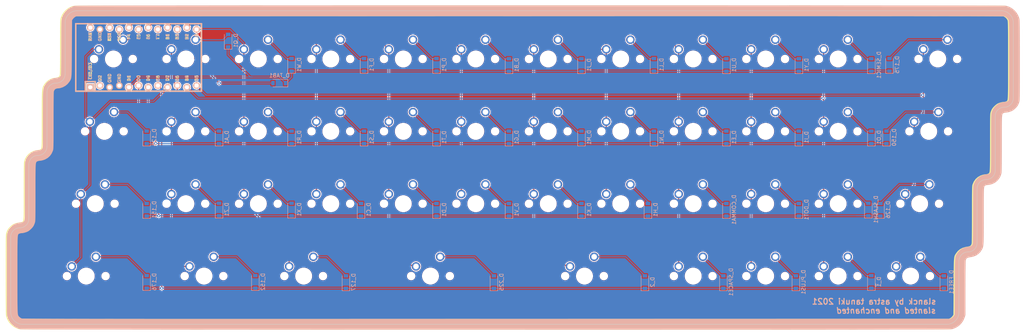
<source format=kicad_pcb>
(kicad_pcb (version 20211014) (generator pcbnew)
  (layers (0 "F.Cu" signal) (31 "B.Cu" signal) (34 "B.Paste" user) (35 "F.Paste" user) (36 "B.SilkS" user "B.Silkscreen") (37 "F.SilkS" user "F.Silkscreen") (38 "B.Mask" user) (39 "F.Mask" user) (44 "Edge.Cuts" user))
  (net 0 "")
  (net 1 "GND")
  (net 2 "Net-(D_175-Pad2)")
  (net 3 "Net-(D_125-Pad2)")
  (net 4 "Net-(D_150-Pad2)")
  (net 5 "Net-(D_151-Pad2)")
  (net 6 "Net-(D_126-Pad2)")
  (net 7 "Net-(D_176-Pad2)")
  (net 8 "Net-(D_152-Pad2)")
  (net 9 "Net-(D_127-Pad2)")
  (net 10 "Net-(D_225-Pad2)")
  (net 11 "Net-(D_2-Pad2)")
  (net 12 "Net-(U1-Pad1)")
  (net 13 "Net-(U1-Pad2)")
  (net 14 "Net-(U1-Pad21)")
  (net 15 "Net-(U1-Pad22)")
  (net 16 "Net-(U1-Pad24)")
  (net 17 "row3")
  (net 18 "row1")
  (net 19 "row2")
  (net 20 "row0")
  (net 21 "Net-(D_A1-Pad2)")
  (net 22 "Net-(D_B1-Pad2)")
  (net 23 "Net-(D_C1-Pad2)")
  (net 24 "Net-(D_COMMA1-Pad2)")
  (net 25 "Net-(D_D1-Pad2)")
  (net 26 "Net-(D_DOT1-Pad2)")
  (net 27 "Net-(D_E1-Pad2)")
  (net 28 "Net-(D_F1-Pad2)")
  (net 29 "Net-(D_FREE1-Pad2)")
  (net 30 "Net-(D_G1-Pad2)")
  (net 31 "Net-(D_H1-Pad2)")
  (net 32 "Net-(D_I1-Pad2)")
  (net 33 "Net-(D_J1-Pad2)")
  (net 34 "Net-(D_K1-Pad2)")
  (net 35 "Net-(D_L1-Pad2)")
  (net 36 "Net-(D_M1-Pad2)")
  (net 37 "Net-(D_N1-Pad2)")
  (net 38 "Net-(D_O1-Pad2)")
  (net 39 "Net-(D_P1-Pad2)")
  (net 40 "Net-(D_PLUS1-Pad2)")
  (net 41 "Net-(D_Q1-Pad2)")
  (net 42 "Net-(D_R1-Pad2)")
  (net 43 "Net-(D_S1-Pad2)")
  (net 44 "Net-(D_SEMIC1-Pad2)")
  (net 45 "Net-(D_SLASH1-Pad2)")
  (net 46 "Net-(D_SPACE1-Pad2)")
  (net 47 "Net-(D_T1-Pad2)")
  (net 48 "Net-(D_TAB1-Pad2)")
  (net 49 "Net-(D_U1-Pad2)")
  (net 50 "Net-(D_V1-Pad2)")
  (net 51 "Net-(D_W1-Pad2)")
  (net 52 "Net-(D_X1-Pad2)")
  (net 53 "Net-(D_Y1-Pad2)")
  (net 54 "Net-(D_Z1-Pad2)")
  (net 55 "Net-(D_~{1-Pad2})")
  (net 56 "col6")
  (net 57 "col0")
  (net 58 "col11")
  (net 59 "col2")
  (net 60 "col1")
  (net 61 "col4")
  (net 62 "col5")
  (net 63 "col3")
  (net 64 "col8")
  (net 65 "col9")
  (net 66 "col7")
  (net 67 "col10")
  (footprint "MX_Alps_Hybrid:MXOnly-2U-NoLED" (layer "F.Cu") (at 177.6378 95.4074)
    (fp_text reference "K_2")
    (fp_text value "KEYSW")
  )
  (footprint "MX_Alps_Hybrid:MXOnly-1.25U-NoLED" (layer "F.Cu") (at 51.43155 57.3074)
    (fp_text reference "K_125")
    (fp_text value "KEYSW")
  )
  (footprint "MX_Alps_Hybrid:MXOnly-1.25U-NoLED" (layer "F.Cu") (at 265.74405 76.3574)
    (fp_text reference "K_126")
    (fp_text value "KEYSW")
  )
  (footprint "MX_Alps_Hybrid:MXOnly-1.25U-NoLED" (layer "F.Cu") (at 103.81905 95.4074)
    (fp_text reference "K_127")
    (fp_text value "KEYSW")
  )
  (footprint "MX_Alps_Hybrid:MXOnly-1.5U-NoLED" (layer "F.Cu") (at 268.1253 57.3074)
    (fp_text reference "K_150")
    (fp_text value "KEYSW")
  )
  (footprint "MX_Alps_Hybrid:MXOnly-1.5U-NoLED" (layer "F.Cu") (at 49.0503 76.3574)
    (fp_text reference "K_151")
    (fp_text value "KEYSW")
  )
  (footprint "MX_Alps_Hybrid:MXOnly-1.5U-NoLED" (layer "F.Cu") (at 77.6253 95.4074)
    (fp_text reference "K_152")
    (fp_text value "KEYSW")
  )
  (footprint "MX_Alps_Hybrid:MXOnly-1.75U-NoLED" (layer "F.Cu") (at 270.50655 38.2574)
    (fp_text reference "K_175")
    (fp_text value "KEYSW")
  )
  (footprint "MX_Alps_Hybrid:MXOnly-1.75U-NoLED" (layer "F.Cu") (at 46.66905 95.4074)
    (fp_text reference "K_176")
    (fp_text value "KEYSW")
  )
  (footprint "MX_Alps_Hybrid:MXOnly-2.25U-NoLED" (layer "F.Cu") (at 137.15655 95.4074)
    (fp_text reference "K_225")
    (fp_text value "KEYSW")
  )
  (footprint "MX_Alps_Hybrid:MXOnly-1U-NoLED" (layer "F.Cu") (at 72.8628 57.3074)
    (fp_text reference "K_A1")
    (fp_text value "KEYSW")
  )
  (footprint "MX_Alps_Hybrid:MXOnly-1U-NoLED" (layer "F.Cu") (at 149.0628 38.2574)
    (fp_text reference "K_B1")
    (fp_text value "KEYSW")
  )
  (footprint "MX_Alps_Hybrid:MXOnly-1U-NoLED" (layer "F.Cu") (at 110.9628 76.3574)
    (fp_text reference "K_C1")
    (fp_text value "KEYSW")
  )
  (footprint "MX_Alps_Hybrid:MXOnly-1U-NoLED" (layer "F.Cu") (at 206.2128 76.3574)
    (fp_text reference "K_COMMA1")
    (fp_text value "KEYSW")
  )
  (footprint "MX_Alps_Hybrid:MXOnly-1U-NoLED" (layer "F.Cu") (at 130.0128 76.3574)
    (fp_text reference "K_D1")
    (fp_text value "KEYSW")
  )
  (footprint "MX_Alps_Hybrid:MXOnly-1U-NoLED" (layer "F.Cu") (at 225.2628 76.3574)
    (fp_text reference "K_DOT1")
    (fp_text value "KEYSW")
  )
  (footprint "MX_Alps_Hybrid:MXOnly-1U-NoLED" (layer "F.Cu") (at 206.2128 57.3074)
    (fp_text reference "K_E1")
    (fp_text value "KEYSW")
  )
  (footprint "MX_Alps_Hybrid:MXOnly-1U-NoLED" (layer "F.Cu") (at 110.9628 38.2574)
    (fp_text reference "K_F1")
    (fp_text value "KEYSW")
  )
  (footprint "MX_Alps_Hybrid:MXOnly-1U-NoLED" (layer "F.Cu") (at 263.3628 95.4074)
    (fp_text reference "K_FREE1")
    (fp_text value "KEYSW")
  )
  (footprint "MX_Alps_Hybrid:MXOnly-1U-NoLED" (layer "F.Cu") (at 149.0628 57.3074)
    (fp_text reference "K_G1")
    (fp_text value "KEYSW")
  )
  (footprint "MX_Alps_Hybrid:MXOnly-1U-NoLED" (layer "F.Cu") (at 187.1628 76.3574)
    (fp_text reference "K_H1")
    (fp_text value "KEYSW")
  )
  (footprint "MX_Alps_Hybrid:MXOnly-1U-NoLED" (layer "F.Cu") (at 225.2628 57.3074)
    (fp_text reference "K_I1")
    (fp_text value "KEYSW")
  )
  (footprint "MX_Alps_Hybrid:MXOnly-1U-NoLED" (layer "F.Cu") (at 168.1128 38.2574)
    (fp_text reference "K_J1")
    (fp_text value "KEYSW")
  )
  (footprint "MX_Alps_Hybrid:MXOnly-1U-NoLED" (layer "F.Cu") (at 168.1128 76.3574)
    (fp_text reference "K_K1")
    (fp_text value "KEYSW")
  )
  (footprint "MX_Alps_Hybrid:MXOnly-1U-NoLED" (layer "F.Cu") (at 187.1628 38.2574)
    (fp_text reference "K_L1")
    (fp_text value "KEYSW")
  )
  (footprint "MX_Alps_Hybrid:MXOnly-1U-NoLED" (layer "F.Cu") (at 168.1128 57.3074)
    (fp_text reference "K_M1")
    (fp_text value "KEYSW")
  )
  (footprint "MX_Alps_Hybrid:MXOnly-1U-NoLED" (layer "F.Cu") (at 187.1628 57.3074)
    (fp_text reference "K_N1")
    (fp_text value "KEYSW")
  )
  (footprint "MX_Alps_Hybrid:MXOnly-1U-NoLED" (layer "F.Cu") (at 244.3128 57.3074)
    (fp_text reference "K_O1")
    (fp_text value "KEYSW")
  )
  (footprint "MX_Alps_Hybrid:MXOnly-1U-NoLED" (layer "F.Cu") (at 130.0128 38.2574)
    (fp_text reference "K_P1")
    (fp_text value "KEYSW")
  )
  (footprint "MX_Alps_Hybrid:MXOnly-1U-NoLED" (layer "F.Cu") (at 225.2628 95.4074)
    (fp_text reference "K_PLUS1")
    (fp_text value "KEYSW")
  )
  (footprint "MX_Alps_Hybrid:MXOnly-1U-NoLED" (layer "F.Cu") (at 72.8628 38.2574)
    (fp_text reference "K_Q1")
    (fp_text value "KEYSW")
  )
  (footprint "MX_Alps_Hybrid:MXOnly-1U-NoLED" (layer "F.Cu") (at 91.9128 57.3074)
    (fp_text reference "K_R1")
    (fp_text value "KEYSW")
  )
  (footprint "MX_Alps_Hybrid:MXOnly-1U-NoLED" (layer "F.Cu") (at 110.9628 57.3074)
    (fp_text reference "K_S1")
    (fp_text value "KEYSW")
  )
  (footprint "MX_Alps_Hybrid:MXOnly-1U-NoLED" (layer "F.Cu") (at 244.3128 38.2574)
    (fp_text reference "K_SEMIC1")
    (fp_text value "KEYSW")
  )
  (footprint "MX_Alps_Hybrid:MXOnly-1U-NoLED" (layer "F.Cu") (at 244.3128 76.3574)
    (fp_text reference "K_SLASH1")
    (fp_text value "KEYSW")
  )
  (footprint "MX_Alps_Hybrid:MXOnly-1U-NoLED" (layer "F.Cu") (at 206.2128 95.4074)
    (fp_text reference "K_SPACE1")
    (fp_text value "KEYSW")
  )
  (footprint "MX_Alps_Hybrid:MXOnly-1U-NoLED" (layer "F.Cu") (at 130.0128 57.3074)
    (fp_text reference "K_T1")
    (fp_text value "KEYSW")
  )
  (footprint "MX_Alps_Hybrid:MXOnly-1U-NoLED" (layer "F.Cu") (at 53.8128 38.2574)
    (fp_text reference "K_TAB1")
    (fp_text value "KEYSW")
  )
  (footprint "MX_Alps_Hybrid:MXOnly-1U-NoLED" (layer "F.Cu") (at 206.2128 38.2574)
    (fp_text reference "K_U1")
    (fp_text value "KEYSW")
  )
  (footprint "MX_Alps_Hybrid:MXOnly-1U-NoLED" (layer "F.Cu") (at 149.0628 76.3574)
    (fp_text reference "K_V1")
    (fp_text value "KEYSW")
  )
  (footprint "MX_Alps_Hybrid:MXOnly-1U-NoLED" (layer "F.Cu") (at 91.9128 38.2574)
    (fp_text reference "K_W1")
    (fp_text value "KEYSW")
  )
  (footprint "MX_Alps_Hybrid:MXOnly-1U-NoLED" (layer "F.Cu") (at 91.9128 76.3574)
    (fp_text reference "K_X1")
    (fp_text value "KEYSW")
  )
  (footprint "MX_Alps_Hybrid:MXOnly-1U-NoLED" (layer "F.Cu") (at 225.2628 38.2574)
    (fp_text reference "K_Y1")
    (fp_text value "KEYSW")
  )
  (footprint "MX_Alps_Hybrid:MXOnly-1U-NoLED" (layer "F.Cu") (at 72.8628 76.3574)
    (fp_text reference "K_Z1")
    (fp_text value "KEYSW")
  )
  (footprint "MX_Alps_Hybrid:MXOnly-1U-NoLED" (layer "F.Cu") (at 244.3128 95.4074)
    (fp_text reference "K_~{1}")
    (fp_text value "KEYSW")
  )
  (footprint "silkscreens:quir_border" (layer "F.Cu") (at 158.5878 66.8324)
    (fp_text reference "G***" hide)
    (fp_text value "LOGO" hide)
  )
  (footprint "silkscreens:quir_border" (layer "F.Cu") (at 196.6878 66.8324 180)
    (fp_text reference "G***" hide)
    (fp_text value "LOGO" hide)
  )
  (footprint "Keebio-Parts:ArduinoProMicro-ZigZag" (layer "F.Cu") (at 61.70405 37.856)
    (fp_text reference "U1" hide)
    (fp_text value "ProMicro" hide)
  )
  (footprint "Diode_SMD:D_SOD-123" (layer "B.Cu") (at 193.5128 96.9949 90)
    (fp_text reference "D_2")
    (fp_text value "D")
  )
  (footprint "Diode_SMD:D_SOD-123" (layer "B.Cu") (at 62.54405 58.8949 90)
    (fp_text reference "D_125")
    (fp_text value "D")
  )
  (footprint "Diode_SMD:D_SOD-123" (layer "B.Cu") (at 255.4253 77.9449 90)
    (fp_text reference "D_126")
    (fp_text value "D")
  )
  (footprint "Diode_SMD:D_SOD-123" (layer "B.Cu") (at 114.93155 96.9949 90)
    (fp_text reference "D_127")
    (fp_text value "D")
  )
  (footprint "Diode_SMD:D_SOD-123" (layer "B.Cu") (at 257.0128 58.8949 90)
    (fp_text reference "D_150")
    (fp_text value "D")
  )
  (footprint "Diode_SMD:D_SOD-123" (layer "B.Cu") (at 62.54405 77.9449 90)
    (fp_text reference "D_151")
    (fp_text value "D")
  )
  (footprint "Diode_SMD:D_SOD-123" (layer "B.Cu") (at 91.11905 96.9324 90)
    (fp_text reference "D_152")
    (fp_text value "D")
  )
  (footprint "Diode_SMD:D_SOD-123" (layer "B.Cu") (at 257.80655 39.7824 90)
    (fp_text reference "D_175")
    (fp_text value "D")
  )
  (footprint "Diode_SMD:D_SOD-123" (layer "B.Cu") (at 62.54405 96.9324 90)
    (fp_text reference "D_176")
    (fp_text value "D")
  )
  (footprint "Diode_SMD:D_SOD-123" (layer "B.Cu") (at 153.8253 96.9949 90)
    (fp_text reference "D_225")
    (fp_text value "D")
  )
  (footprint "Diode_SMD:D_SOD-123" (layer "B.Cu") (at 81.59405 58.8949 90)
    (fp_text reference "D_A1")
    (fp_text value "D")
  )
  (footprint "Diode_SMD:D_SOD-123" (layer "B.Cu") (at 157.79405 39.8449 90)
    (fp_text reference "D_B1")
    (fp_text value "D")
  )
  (footprint "Diode_SMD:D_SOD-123" (layer "B.Cu") (at 118.9003 77.9449 90)
    (fp_text reference "D_C1")
    (fp_text value "D")
  )
  (footprint "Diode_SMD:D_SOD-123" (layer "B.Cu") (at 214.94405 77.9449 90)
    (fp_text reference "D_COMMA1")
    (fp_text value "D")
  )
  (footprint "Diode_SMD:D_SOD-123" (layer "B.Cu") (at 138.74405 77.9449 90)
    (fp_text reference "D_D1")
    (fp_text value "D")
  )
  (footprint "Diode_SMD:D_SOD-123" (layer "B.Cu") (at 233.99405 77.9449 90)
    (fp_text reference "D_DOT1")
    (fp_text value "D")
  )
  (footprint "Diode_SMD:D_SOD-123" (layer "B.Cu") (at 214.94405 58.8949 90)
    (fp_text reference "D_E1")
    (fp_text value "D")
  )
  (footprint "Diode_SMD:D_SOD-123" (layer "B.Cu") (at 119.69405 39.7824 90)
    (fp_text reference "D_F1")
    (fp_text value "D")
  )
  (footprint "Diode_SMD:D_SOD-123" (layer "B.Cu") (at 272.09405 96.9949 90)
    (fp_text reference "D_FREE1")
    (fp_text value "D")
  )
  (footprint "Diode_SMD:D_SOD-123" (layer "B.Cu") (at 157.79405 58.8949 90)
    (fp_text reference "D_G1")
    (fp_text value "D")
  )
  (footprint "Diode_SMD:D_SOD-123" (layer "B.Cu") (at 194.30655 77.9449 90)
    (fp_text reference "D_H1")
    (fp_text value "D")
  )
  (footprint "Diode_SMD:D_SOD-123" (layer "B.Cu") (at 233.99405 58.8949 90)
    (fp_text reference "D_I1")
    (fp_text value "D")
  )
  (footprint "Diode_SMD:D_SOD-123" (layer "B.Cu") (at 176.84405 39.8449 90)
    (fp_text reference "D_J1")
    (fp_text value "D")
  )
  (footprint "Diode_SMD:D_SOD-123" (layer "B.Cu") (at 176.84405 77.9449 90)
    (fp_text reference "D_K1")
    (fp_text value "D")
  )
  (footprint "Diode_SMD:D_SOD-123" (layer "B.Cu") (at 195.89405 39.7824 90)
    (fp_text reference "D_L1")
    (fp_text value "D")
  )
  (footprint "Diode_SMD:D_SOD-123" (layer "B.Cu") (at 176.84405 58.8949 90)
    (fp_text reference "D_M1")
    (fp_text value "D")
  )
  (footprint "Diode_SMD:D_SOD-123" (layer "B.Cu") (at 195.89405 58.8949 90)
    (fp_text reference "D_N1")
    (fp_text value "D")
  )
  (footprint "Diode_SMD:D_SOD-123" (layer "B.Cu") (at 253.04405 58.8949 90)
    (fp_text reference "D_O1")
    (fp_text value "D")
  )
  (footprint "Diode_SMD:D_SOD-123" (layer "B.Cu") (at 138.74405 39.7824 90)
    (fp_text reference "D_P1")
    (fp_text value "D")
  )
  (footprint "Diode_SMD:D_SOD-123" (layer "B.Cu") (at 233.2003 96.9949 90)
    (fp_text reference "D_PLUS1")
    (fp_text value "D")
  )
  (footprint "Diode_SMD:D_SOD-123" (layer "B.Cu") (at 83.9753 33.4324 90)
    (fp_text reference "D_Q1")
    (fp_text value "D")
  )
  (footprint "Diode_SMD:D_SOD-123" (layer "B.Cu") (at 100.64405 58.8949 90)
    (fp_text reference "D_R1")
    (fp_text value "D")
  )
  (footprint "Diode_SMD:D_SOD-123" (layer "B.Cu") (at 119.69405 58.8949 90)
    (fp_text reference "D_S1")
    (fp_text value "D")
  )
  (footprint "Diode_SMD:D_SOD-123" (layer "B.Cu") (at 253.04405 39.8449 90)
    (fp_text reference "D_SEMIC1")
    (fp_text value "D")
  )
  (footprint "Diode_SMD:D_SOD-123" (layer "B.Cu") (at 252.2503 77.8824 90)
    (fp_text reference "D_SLASH1")
    (fp_text value "D")
  )
  (footprint "Diode_SMD:D_SOD-123" (layer "B.Cu") (at 214.1503 96.9949 90)
    (fp_text reference "D_SPACE1")
    (fp_text value "D")
  )
  (footprint "Diode_SMD:D_SOD-123" (layer "B.Cu") (at 138.74405 58.8949 90)
    (fp_text reference "D_T1")
    (fp_text value "D")
  )
  (footprint "Diode_SMD:D_SOD-123" (layer "B.Cu") (at 97.40655 44.6074 180)
    (fp_text reference "D_TAB1")
    (fp_text value "D")
  )
  (footprint "Diode_SMD:D_SOD-123" (layer "B.Cu") (at 214.94405 39.8449 90)
    (fp_text reference "D_U1")
    (fp_text value "D")
  )
  (footprint "Diode_SMD:D_SOD-123" (layer "B.Cu") (at 157.79405 77.9449 90)
    (fp_text reference "D_V1")
    (fp_text value "D")
  )
  (footprint "Diode_SMD:D_SOD-123" (layer "B.Cu") (at 100.64405 39.7824 90)
    (fp_text reference "D_W1")
    (fp_text value "D")
  )
  (footprint "Diode_SMD:D_SOD-123" (layer "B.Cu") (at 100.64405 77.8824 90)
    (fp_text reference "D_X1")
    (fp_text value "D")
  )
  (footprint "Diode_SMD:D_SOD-123" (layer "B.Cu") (at 233.99405 39.8449 90)
    (fp_text reference "D_Y1")
    (fp_text value "D")
  )
  (footprint "Diode_SMD:D_SOD-123" (layer "B.Cu") (at 81.59405 77.8824 90)
    (fp_text reference "D_Z1")
    (fp_text value "D")
  )
  (footprint "Diode_SMD:D_SOD-123" (layer "B.Cu") (at 253.04405 96.9324 90)
    (fp_text reference "D_~{1}")
    (fp_text value "D")
  )
  (gr_line (start 287.1753 25.5574) (end 284.0003 25.5574) (layer "Edge.Cuts") (width 0.1))
  (gr_arc (start 290.3503 48.57615) (mid 289.652848 50.259948) (end 287.96905 50.9574) (layer "Edge.Cuts") (width 0.1))
  (gr_arc (start 280.8253 86.67615) (mid 280.127848 88.359948) (end 278.44405 89.0574) (layer "Edge.Cuts") (width 0.1))
  (gr_line (start 44.2878 25.5574) (end 284.0003 25.5574) (layer "Edge.Cuts") (width 0.1))
  (gr_line (start 276.0628 91.43865) (end 276.0628 104.9324) (layer "Edge.Cuts") (width 0.1))
  (gr_arc (start 41.1128 42.22615) (mid 40.415348 43.909948) (end 38.73155 44.6074) (layer "Edge.Cuts") (width 0.1))
  (gr_line (start 41.1128 42.22615) (end 41.1128 28.7324) (layer "Edge.Cuts") (width 0.1))
  (gr_line (start 36.3503 46.98865) (end 36.3503 61.27615) (layer "Edge.Cuts") (width 0.1))
  (gr_line (start 31.5878 66.03865) (end 31.5878 80.32615) (layer "Edge.Cuts") (width 0.1))
  (gr_line (start 272.8878 108.1074) (end 30.0003 108.1074) (layer "Edge.Cuts") (width 0.1))
  (gr_arc (start 30.0003 108.1074) (mid 27.755236 107.177464) (end 26.8253 104.9324) (layer "Edge.Cuts") (width 0.1))
  (gr_line (start 26.8253 85.08865) (end 26.8253 104.9324) (layer "Edge.Cuts") (width 0.1))
  (gr_line (start 290.3503 48.57615) (end 290.3503 28.7324) (layer "Edge.Cuts") (width 0.1))
  (gr_arc (start 36.3503 46.98865) (mid 37.047752 45.304852) (end 38.73155 44.6074) (layer "Edge.Cuts") (width 0.1))
  (gr_arc (start 31.5878 66.03865) (mid 32.285252 64.354852) (end 33.96905 63.6574) (layer "Edge.Cuts") (width 0.1))
  (gr_arc (start 26.8253 85.08865) (mid 27.522752 83.404852) (end 29.20655 82.7074) (layer "Edge.Cuts") (width 0.1))
  (gr_arc (start 285.5878 53.33865) (mid 286.285252 51.654852) (end 287.96905 50.9574) (layer "Edge.Cuts") (width 0.1))
  (gr_arc (start 276.0628 104.9324) (mid 275.132864 107.177464) (end 272.8878 108.1074) (layer "Edge.Cuts") (width 0.1))
  (gr_arc (start 36.3503 61.27615) (mid 35.652848 62.959948) (end 33.96905 63.6574) (layer "Edge.Cuts") (width 0.1))
  (gr_line (start 280.8253 86.67615) (end 280.8253 72.38865) (layer "Edge.Cuts") (width 0.1))
  (gr_arc (start 285.5878 67.62615) (mid 284.890348 69.309948) (end 283.20655 70.0074) (layer "Edge.Cuts") (width 0.1))
  (gr_arc (start 41.1128 28.7324) (mid 42.042736 26.487336) (end 44.2878 25.5574) (layer "Edge.Cuts") (width 0.1))
  (gr_arc (start 287.1753 25.5574) (mid 289.420364 26.487336) (end 290.3503 28.7324) (layer "Edge.Cuts") (width 0.1))
  (gr_arc (start 31.5878 80.32615) (mid 30.890348 82.009948) (end 29.20655 82.7074) (layer "Edge.Cuts") (width 0.1))
  (gr_line (start 285.5878 67.62615) (end 285.5878 53.33865) (layer "Edge.Cuts") (width 0.1))
  (gr_arc (start 276.0628 91.43865) (mid 276.760252 89.754852) (end 278.44405 89.0574) (layer "Edge.Cuts") (width 0.1))
  (gr_arc (start 280.8253 72.38865) (mid 281.522752 70.704852) (end 283.20655 70.0074) (layer "Edge.Cuts") (width 0.1))
  (gr_text "slanck by astra tanuki 2021" (at 270.2 102.1188) (layer "B.SilkS") (effects (font (size 1.5 1.5) (thickness 0.3)) (justify left mirror)))
  (gr_text "slanted and enchanted" (at 270.2 104.5) (layer "B.SilkS") (effects (font (size 1.5 1.5) (thickness 0.3) italic) (justify left mirror)))
  (segment (start 273.04655 33.1774) (end 262.76155 33.1774) (width 0.25) (layer "B.Cu") (net 2))
  (segment (start 262.76155 33.1774) (end 257.80655 38.1324) (width 0.25) (layer "B.Cu") (net 2))
  (segment (start 57.52655 52.2274) (end 62.54405 57.2449) (width 0.25) (layer "B.Cu") (net 3))
  (segment (start 53.97155 52.2274) (end 57.52655 52.2274) (width 0.25) (layer "B.Cu") (net 3))
  (segment (start 270.6653 52.2274) (end 262.0303 52.2274) (width 0.25) (layer "B.Cu") (net 4))
  (segment (start 262.0303 52.2274) (end 257.0128 57.2449) (width 0.25) (layer "B.Cu") (net 4))
  (segment (start 57.52655 71.2774) (end 62.54405 76.2949) (width 0.25) (layer "B.Cu") (net 5))
  (segment (start 51.5903 71.2774) (end 57.52655 71.2774) (width 0.25) (layer "B.Cu") (net 5))
  (segment (start 260.4428 71.2774) (end 255.4253 76.2949) (width 0.25) (layer "B.Cu") (net 6))
  (segment (start 268.28405 71.2774) (end 260.4428 71.2774) (width 0.25) (layer "B.Cu") (net 6))
  (segment (start 57.58905 90.3274) (end 62.54405 95.2824) (width 0.25) (layer "B.Cu") (net 7))
  (segment (start 49.20905 90.3274) (end 57.58905 90.3274) (width 0.25) (layer "B.Cu") (net 7))
  (segment (start 80.1653 90.3274) (end 86.16405 90.3274) (width 0.25) (layer "B.Cu") (net 8))
  (segment (start 86.16405 90.3274) (end 91.11905 95.2824) (width 0.25) (layer "B.Cu") (net 8))
  (segment (start 106.35905 90.3274) (end 109.91405 90.3274) (width 0.25) (layer "B.Cu") (net 9))
  (segment (start 109.91405 90.3274) (end 114.93155 95.3449) (width 0.25) (layer "B.Cu") (net 9))
  (segment (start 148.8078 90.3274) (end 153.8253 95.3449) (width 0.25) (layer "B.Cu") (net 10))
  (segment (start 139.69655 90.3274) (end 148.8078 90.3274) (width 0.25) (layer "B.Cu") (net 10))
  (segment (start 188.4953 90.3274) (end 193.5128 95.3449) (width 0.25) (layer "B.Cu") (net 11))
  (segment (start 180.1778 90.3274) (end 188.4953 90.3274) (width 0.25) (layer "B.Cu") (net 11))
  (segment (start 66.5128 46.24615) (end 65.51405 45.2474) (width 0.25) (layer "F.Cu") (net 17))
  (segment (start 66.5128 98.5824) (end 66.5128 46.24615) (width 0.25) (layer "F.Cu") (net 17))
  (via (at 66.5128 98.5824) (size 0.8) (drill 0.4) (layers "F.Cu" "B.Cu") (net 17))
  (segment (start 62.54405 98.5824) (end 66.5128 98.5824) (width 0.25) (layer "B.Cu") (net 17))
  (segment (start 91.11905 98.5824) (end 114.86905 98.5824) (width 0.25) (layer "B.Cu") (net 17))
  (segment (start 153.8253 98.6449) (end 193.5128 98.6449) (width 0.25) (layer "B.Cu") (net 17))
  (segment (start 193.5128 98.6449) (end 214.1503 98.6449) (width 0.25) (layer "B.Cu") (net 17))
  (segment (start 253.10655 98.6449) (end 253.04405 98.5824) (width 0.25) (layer "B.Cu") (net 17))
  (segment (start 114.86905 98.5824) (end 114.93155 98.6449) (width 0.25) (layer "B.Cu") (net 17))
  (segment (start 66.5128 98.5824) (end 91.11905 98.5824) (width 0.25) (layer "B.Cu") (net 17))
  (segment (start 233.2003 98.6449) (end 252.98155 98.6449) (width 0.25) (layer "B.Cu") (net 17))
  (segment (start 214.1503 98.6449) (end 233.2003 98.6449) (width 0.25) (layer "B.Cu") (net 17))
  (segment (start 272.09405 98.6449) (end 253.10655 98.6449) (width 0.25) (layer "B.Cu") (net 17))
  (segment (start 252.98155 98.6449) (end 253.04405 98.5824) (width 0.25) (layer "B.Cu") (net 17))
  (segment (start 114.93155 98.6449) (end 153.8253 98.6449) (width 0.25) (layer "B.Cu") (net 17))
  (segment (start 60.43405 52.81615) (end 60.43405 45.2474) (width 0.25) (layer "F.Cu") (net 18))
  (segment (start 64.9253 57.3074) (end 60.43405 52.81615) (width 0.25) (layer "F.Cu") (net 18))
  (segment (start 64.9253 60.4824) (end 64.9253 57.3074) (width 0.25) (layer "F.Cu") (net 18))
  (via (at 64.9253 60.4824) (size 0.8) (drill 0.4) (layers "F.Cu" "B.Cu") (net 18))
  (segment (start 62.54405 60.5449) (end 64.9878 60.5449) (width 0.25) (layer "B.Cu") (net 18))
  (segment (start 157.79405 60.5449) (end 176.84405 60.5449) (width 0.25) (layer "B.Cu") (net 18))
  (segment (start 64.9878 60.5449) (end 64.9253 60.4824) (width 0.25) (layer "B.Cu") (net 18))
  (segment (start 81.59405 60.5449) (end 100.64405 60.5449) (width 0.25) (layer "B.Cu") (net 18))
  (segment (start 138.74405 60.5449) (end 157.79405 60.5449) (width 0.25) (layer "B.Cu") (net 18))
  (segment (start 64.9878 60.5449) (end 81.59405 60.5449) (width 0.25) (layer "B.Cu") (net 18))
  (segment (start 119.69405 60.5449) (end 138.74405 60.5449) (width 0.25) (layer "B.Cu") (net 18))
  (segment (start 100.64405 60.5449) (end 119.69405 60.5449) (width 0.25) (layer "B.Cu") (net 18))
  (segment (start 214.94405 60.5449) (end 233.99405 60.5449) (width 0.25) (layer "B.Cu") (net 18))
  (segment (start 176.84405 60.5449) (end 195.89405 60.5449) (width 0.25) (layer "B.Cu") (net 18))
  (segment (start 214.94405 60.5449) (end 195.89405 60.5449) (width 0.25) (layer "B.Cu") (net 18))
  (segment (start 233.99405 60.5449) (end 253.04405 60.5449) (width 0.25) (layer "B.Cu") (net 18))
  (segment (start 253.04405 60.5449) (end 257.0128 60.5449) (width 0.25) (layer "B.Cu") (net 18))
  (segment (start 65.71905 79.5324) (end 65.71905 57.3074) (width 0.25) (layer "F.Cu") (net 19))
  (segment (start 62.97405 54.5624) (end 62.97405 45.7046) (width 0.25) (layer "F.Cu") (net 19))
  (segment (start 65.71905 57.3074) (end 62.97405 54.5624) (width 0.25) (layer "F.Cu") (net 19))
  (via (at 65.71905 79.5324) (size 0.8) (drill 0.4) (layers "F.Cu" "B.Cu") (net 19))
  (segment (start 252.2503 79.5324) (end 234.05655 79.5324) (width 0.25) (layer "B.Cu") (net 19))
  (segment (start 62.60655 79.5324) (end 62.54405 79.5949) (width 0.25) (layer "B.Cu") (net 19))
  (segment (start 81.59405 79.5324) (end 65.71905 79.5324) (width 0.25) (layer "B.Cu") (net 19))
  (segment (start 65.71905 79.5324) (end 62.60655 79.5324) (width 0.25) (layer "B.Cu") (net 19))
  (segment (start 233.99405 79.5949) (end 214.94405 79.5949) (width 0.25) (layer "B.Cu") (net 19))
  (segment (start 118.9003 79.5949) (end 100.70655 79.5949) (width 0.25) (layer "B.Cu") (net 19))
  (segment (start 100.70655 79.5949) (end 100.64405 79.5324) (width 0.25) (layer "B.Cu") (net 19))
  (segment (start 255.4253 79.5949) (end 252.3128 79.5949) (width 0.25) (layer "B.Cu") (net 19))
  (segment (start 176.84405 79.5949) (end 157.79405 79.5949) (width 0.25) (layer "B.Cu") (net 19))
  (segment (start 252.3128 79.5949) (end 252.2503 79.5324) (width 0.25) (layer "B.Cu") (net 19))
  (segment (start 194.30655 79.5949) (end 176.84405 79.5949) (width 0.25) (layer "B.Cu") (net 19))
  (segment (start 252.2503 79.5324) (end 249.0753 79.5324) (width 0.25) (layer "B.Cu") (net 19))
  (segment (start 100.64405 79.5324) (end 81.59405 79.5324) (width 0.25) (layer "B.Cu") (net 19))
  (segment (start 138.74405 79.5949) (end 118.9003 79.5949) (width 0.25) (layer "B.Cu") (net 19))
  (segment (start 234.05655 79.5324) (end 233.99405 79.5949) (width 0.25) (layer "B.Cu") (net 19))
  (segment (start 214.94405 79.5949) (end 194.30655 79.5949) (width 0.25) (layer "B.Cu") (net 19))
  (segment (start 157.79405 79.5949) (end 138.74405 79.5949) (width 0.25) (layer "B.Cu") (net 19))
  (segment (start 176.90655 41.4324) (end 176.84405 41.4949) (width 0.25) (layer "B.Cu") (net 20))
  (segment (start 90.3253 43.0199) (end 97.46905 43.0199) (width 0.25) (layer "B.Cu") (net 20))
  (segment (start 233.99405 41.4949) (end 214.94405 41.4949) (width 0.25) (layer "B.Cu") (net 20))
  (segment (start 83.9753 37.175902) (end 89.819298 43.0199) (width 0.25) (layer "B.Cu") (net 20))
  (segment (start 257.80655 41.4324) (end 253.10655 41.4324) (width 0.25) (layer "B.Cu") (net 20))
  (segment (start 120.4878 41.4324) (end 119.69405 41.4324) (width 0.25) (layer "B.Cu") (net 20))
  (segment (start 100.64405 41.4324) (end 100.64405 43.0199) (width 0.25) (layer "B.Cu") (net 20))
  (segment (start 214.94405 41.4949) (end 195.95655 41.4949) (width 0.25) (layer "B.Cu") (net 20))
  (segment (start 157.79405 41.4949) (end 138.80655 41.4949) (width 0.25) (layer "B.Cu") (net 20))
  (segment (start 83.9753 35.0824) (end 83.9753 37.175902) (width 0.25) (layer "B.Cu") (net 20))
  (segment (start 100.64405 43.0199) (end 99.05655 44.6074) (width 0.25) (layer "B.Cu") (net 20))
  (segment (start 253.10655 41.4324) (end 253.04405 41.4949) (width 0.25) (layer "B.Cu") (net 20))
  (segment (start 176.84405 41.4949) (end 157.79405 41.4949) (width 0.25) (layer "B.Cu") (net 20))
  (segment (start 253.04405 41.4949) (end 233.99405 41.4949) (width 0.25) (layer "B.Cu") (net 20))
  (segment (start 195.95655 41.4949) (end 195.89405 41.4324) (width 0.25) (layer "B.Cu") (net 20))
  (segment (start 195.89405 41.4324) (end 176.90655 41.4324) (width 0.25) (layer "B.Cu") (net 20))
  (segment (start 90.3253 43.0199) (end 60.57875 43.0199) (width 0.25) (layer "B.Cu") (net 20))
  (segment (start 119.69405 41.4324) (end 100.64405 41.4324) (width 0.25) (layer "B.Cu") (net 20))
  (segment (start 138.74405 41.4324) (end 120.4878 41.4324) (width 0.25) (layer "B.Cu") (net 20))
  (segment (start 97.46905 43.0199) (end 99.05655 44.6074) (width 0.25) (layer "B.Cu") (net 20))
  (segment (start 138.80655 41.4949) (end 138.74405 41.4324) (width 0.25) (layer "B.Cu") (net 20))
  (segment (start 60.57875 43.0199) (end 57.89405 45.7046) (width 0.25) (layer "B.Cu") (net 20))
  (segment (start 89.819298 43.0199) (end 90.3253 43.0199) (width 0.25) (layer "B.Cu") (net 20))
  (segment (start 75.4028 52.2274) (end 80.4203 57.2449) (width 0.25) (layer "B.Cu") (net 21))
  (segment (start 80.4203 57.2449) (end 81.59405 57.2449) (width 0.25) (layer "B.Cu") (net 21))
  (segment (start 151.6028 33.1774) (end 156.6203 38.1949) (width 0.25) (layer "B.Cu") (net 22))
  (segment (start 156.6203 38.1949) (end 157.79405 38.1949) (width 0.25) (layer "B.Cu") (net 22))
  (segment (start 118.5203 76.2949) (end 118.9003 76.2949) (width 0.25) (layer "B.Cu") (net 23))
  (segment (start 113.5028 71.2774) (end 118.5203 76.2949) (width 0.25) (layer "B.Cu") (net 23))
  (segment (start 208.7528 71.2774) (end 213.7703 76.2949) (width 0.25) (layer "B.Cu") (net 24))
  (segment (start 213.7703 76.2949) (end 214.94405 76.2949) (width 0.25) (layer "B.Cu") (net 24))
  (segment (start 132.5528 71.2774) (end 137.5703 76.2949) (width 0.25) (layer "B.Cu") (net 25))
  (segment (start 137.5703 76.2949) (end 138.74405 76.2949) (width 0.25) (layer "B.Cu") (net 25))
  (segment (start 232.8203 76.2949) (end 233.99405 76.2949) (width 0.25) (layer "B.Cu") (net 26))
  (segment (start 227.8028 71.2774) (end 232.8203 76.2949) (width 0.25) (layer "B.Cu") (net 26))
  (segment (start 208.7528 52.2274) (end 213.7703 57.2449) (width 0.25) (layer "B.Cu") (net 27))
  (segment (start 213.7703 57.2449) (end 214.94405 57.2449) (width 0.25) (layer "B.Cu") (net 27))
  (segment (start 119.69405 38.1324) (end 118.4578 38.1324) (width 0.25) (layer "B.Cu") (net 28))
  (segment (start 118.4578 38.1324) (end 113.5028 33.1774) (width 0.25) (layer "B.Cu") (net 28))
  (segment (start 270.9203 95.3449) (end 272.09405 95.3449) (width 0.25) (layer "B.Cu") (net 29))
  (segment (start 265.9028 90.3274) (end 270.9203 95.3449) (width 0.25) (layer "B.Cu") (net 29))
  (segment (start 156.6203 57.2449) (end 157.79405 57.2449) (width 0.25) (layer "B.Cu") (net 30))
  (segment (start 151.6028 52.2274) (end 156.6203 57.2449) (width 0.25) (layer "B.Cu") (net 30))
  (segment (start 194.30655 75.88115) (end 194.30655 76.2949) (width 0.25) (layer "B.Cu") (net 31))
  (segment (start 189.7028 71.2774) (end 194.30655 75.88115) (width 0.25) (layer "B.Cu") (net 31))
  (segment (start 227.8028 52.2274) (end 232.8203 57.2449) (width 0.25) (layer "B.Cu") (net 32))
  (segment (start 232.8203 57.2449) (end 233.99405 57.2449) (width 0.25) (layer "B.Cu") (net 32))
  (segment (start 175.6703 38.1949) (end 176.84405 38.1949) (width 0.25) (layer "B.Cu") (net 33))
  (segment (start 170.6528 33.1774) (end 175.6703 38.1949) (width 0.25) (layer "B.Cu") (net 33))
  (segment (start 170.6528 71.2774) (end 175.6703 76.2949) (width 0.25) (layer "B.Cu") (net 34))
  (segment (start 175.6703 76.2949) (end 176.84405 76.2949) (width 0.25) (layer "B.Cu") (net 34))
  (segment (start 189.7028 33.1774) (end 194.6578 38.1324) (width 0.25) (layer "B.Cu") (net 35))
  (segment (start 194.6578 38.1324) (end 195.89405 38.1324) (width 0.25) (layer "B.Cu") (net 35))
  (segment (start 175.6703 57.2449) (end 176.84405 57.2449) (width 0.25) (layer "B.Cu") (net 36))
  (segment (start 170.6528 52.2274) (end 175.6703 57.2449) (width 0.25) (layer "B.Cu") (net 36))
  (segment (start 189.7028 52.2274) (end 194.7203 57.2449) (width 0.25) (layer "B.Cu") (net 37))
  (segment (start 194.7203 57.2449) (end 195.89405 57.2449) (width 0.25) (layer "B.Cu") (net 37))
  (segment (start 251.8703 57.2449) (end 253.04405 57.2449) (width 0.25) (layer "B.Cu") (net 38))
  (segment (start 246.8528 52.2274) (end 251.8703 57.2449) (width 0.25) (layer "B.Cu") (net 38))
  (segment (start 137.5078 38.1324) (end 138.74405 38.1324) (width 0.25) (layer "B.Cu") (net 39))
  (segment (start 132.5528 33.1774) (end 137.5078 38.1324) (width 0.25) (layer "B.Cu") (net 39))
  (segment (start 232.8203 95.3449) (end 233.2003 95.3449) (width 0.25) (layer "B.Cu") (net 40))
  (segment (start 227.8028 90.3274) (end 232.8203 95.3449) (width 0.25) (layer "B.Cu") (net 40))
  (segment (start 82.5803 33.1774) (end 83.9753 31.7824) (width 0.25) (layer "B.Cu") (net 41))
  (segment (start 75.4028 33.1774) (end 82.5803 33.1774) (width 0.25) (layer "B.Cu") (net 41))
  (segment (start 99.4703 57.2449) (end 100.64405 57.2449) (width 0.25) (layer "B.Cu") (net 42))
  (segment (start 94.4528 52.2274) (end 99.4703 57.2449) (width 0.25) (layer "B.Cu") (net 42))
  (segment (start 113.5028 52.2274) (end 118.5203 57.2449) (width 0.25) (layer "B.Cu") (net 43))
  (segment (start 118.5203 57.2449) (end 119.69405 57.2449) (width 0.25) (layer "B.Cu") (net 43))
  (segment (start 246.8528 33.1774) (end 251.8703 38.1949) (width 0.25) (layer "B.Cu") (net 44))
  (segment (start 251.8703 38.1949) (end 253.04405 38.1949) (width 0.25) (layer "B.Cu") (net 44))
  (segment (start 246.8528 71.2774) (end 251.8078 76.2324) (width 0.25) (layer "B.Cu") (net 45))
  (segment (start 251.8078 76.2324) (end 252.2503 76.2324) (width 0.25) (layer "B.Cu") (net 45))
  (segment (start 213.7703 95.3449) (end 214.1503 95.3449) (width 0.25) (layer "B.Cu") (net 46))
  (segment (start 208.7528 90.3274) (end 213.7703 95.3449) (width 0.25) (layer "B.Cu") (net 46))
  (segment (start 137.5703 57.2449) (end 138.74405 57.2449) (width 0.25) (layer "B.Cu") (net 47))
  (segment (start 132.5528 52.2274) (end 137.5703 57.2449) (width 0.25) (layer "B.Cu") (net 47))
  (segment (start 75.181701 37.144327) (end 75.181701 38.195051) (width 0.25) (layer "F.Cu") (net 48))
  (segment (start 56.3528 33.1774) (end 71.214774 33.1774) (width 0.25) (layer "F.Cu") (net 48))
  (segment (start 75.181701 38.195051) (end 81.59405 44.6074) (width 0.25) (layer "F.Cu") (net 48))
  (segment (start 71.214774 33.1774) (end 75.181701 37.144327) (width 0.25) (layer "F.Cu") (net 48))
  (via (at 81.59405 44.6074) (size 0.8) (drill 0.4) (layers "F.Cu" "B.Cu") (net 48))
  (segment (start 81.59405 44.6074) (end 95.75655 44.6074) (width 0.25) (layer "B.Cu") (net 48))
  (segment (start 208.7528 33.1774) (end 213.7703 38.1949) (width 0.25) (layer "B.Cu") (net 49))
  (segment (start 213.7703 38.1949) (end 214.94405 38.1949) (width 0.25) (layer "B.Cu") (net 49))
  (segment (start 151.6028 71.2774) (end 156.6203 76.2949) (width 0.25) (layer "B.Cu") (net 50))
  (segment (start 156.6203 76.2949) (end 157.79405 76.2949) (width 0.25) (layer "B.Cu") (net 50))
  (segment (start 100.64405 38.1324) (end 99.4078 38.1324) (width 0.25) (layer "B.Cu") (net 51))
  (segment (start 99.4078 38.1324) (end 94.4528 33.1774) (width 0.25) (layer "B.Cu") (net 51))
  (segment (start 99.4078 76.2324) (end 100.64405 76.2324) (width 0.25) (layer "B.Cu") (net 52))
  (segment (start 94.4528 71.2774) (end 99.4078 76.2324) (width 0.25) (layer "B.Cu") (net 52))
  (segment (start 232.8203 38.1949) (end 233.99405 38.1949) (width 0.25) (layer "B.Cu") (net 53))
  (segment (start 227.8028 33.1774) (end 232.8203 38.1949) (width 0.25) (layer "B.Cu") (net 53))
  (segment (start 75.4028 71.2774) (end 80.3578 76.2324) (width 0.25) (layer "B.Cu") (net 54))
  (segment (start 80.3578 76.2324) (end 81.59405 76.2324) (width 0.25) (layer "B.Cu") (net 54))
  (segment (start 251.8078 95.2824) (end 253.04405 95.2824) (width 0.25) (layer "B.Cu") (net 55))
  (segment (start 246.8528 90.3274) (end 251.8078 95.2824) (width 0.25) (layer "B.Cu") (net 55))
  (segment (start 172.913072 92.8674) (end 173.8278 92.8674) (width 0.25) (layer "F.Cu") (net 56))
  (segment (start 164.3028 54.7674) (end 164.3028 73.8174) (width 0.25) (layer "F.Cu") (net 56))
  (segment (start 68.072569 27.906081) (end 65.51405 30.4646) (width 0.25) (layer "F.Cu") (net 56))
  (segment (start 164.3028 84.257128) (end 172.913072 92.8674) (width 0.25) (layer "F.Cu") (net 56))
  (segment (start 164.3028 35.7174) (end 156.491481 27.906081) (width 0.25) (layer "F.Cu") (net 56))
  (segment (start 156.491481 27.906081) (end 68.072569 27.906081) (width 0.25) (layer "F.Cu") (net 56))
  (segment (start 164.3028 73.8174) (end 164.3028 84.257128) (width 0.25) (layer "F.Cu") (net 56))
  (segment (start 164.3028 35.7174) (end 164.3028 54.7674) (width 0.25) (layer "F.Cu") (net 56))
  (segment (start 47.62155 54.7674) (end 47.62155 71.43615) (width 0.25) (layer "B.Cu") (net 57))
  (segment (start 47.62155 71.43615) (end 45.2403 73.8174) (width 0.25) (layer "B.Cu") (net 57))
  (segment (start 53.01905 49.3699) (end 64.38875 49.3699) (width 0.25) (layer "B.Cu") (net 57))
  (segment (start 46.532749 37.596461) (end 46.532749 53.678599) (width 0.25) (layer "B.Cu") (net 57))
  (segment (start 45.2403 90.48615) (end 42.85905 92.8674) (width 0.25) (layer "B.Cu") (net 57))
  (segment (start 46.532749 53.678599) (end 47.62155 54.7674) (width 0.25) (layer "B.Cu") (net 57))
  (segment (start 47.62155 54.7674) (end 53.01905 49.3699) (width 0.25) (layer "B.Cu") (net 57))
  (segment (start 45.2403 73.8174) (end 45.2403 90.48615) (width 0.25) (layer "B.Cu") (net 57))
  (segment (start 48.41181 35.7174) (end 46.532749 37.596461) (width 0.25) (layer "B.Cu") (net 57))
  (segment (start 64.38875 49.3699) (end 68.05405 45.7046) (width 0.25) (layer "B.Cu") (net 57))
  (segment (start 50.0028 35.7174) (end 48.41181 35.7174) (width 0.25) (layer "B.Cu") (net 57))
  (segment (start 261.93405 73.8174) (end 261.93405 90.48615) (width 0.25) (layer "F.Cu") (net 58))
  (segment (start 266.69655 47.62365) (end 266.5378 47.7824) (width 0.25) (layer "F.Cu") (net 58))
  (segment (start 264.3153 54.7674) (end 264.3153 71.43615) (width 0.25) (layer "F.Cu") (net 58))
  (segment (start 261.93405 90.48615) (end 259.5528 92.8674) (width 0.25) (layer "F.Cu") (net 58))
  (segment (start 266.69655 35.7174) (end 266.69655 47.62365) (width 0.25) (layer "F.Cu") (net 58))
  (segment (start 266.69655 47.62365) (end 266.69655 52.38615) (width 0.25) (layer "F.Cu") (net 58))
  (segment (start 266.69655 52.38615) (end 264.3153 54.7674) (width 0.25) (layer "F.Cu") (net 58))
  (segment (start 264.3153 71.43615) (end 261.93405 73.8174) (width 0.25) (layer "F.Cu") (net 58))
  (via (at 266.5378 47.7824) (size 0.8) (drill 0.4) (layers "F.Cu" "B.Cu") (net 58))
  (segment (start 266.5378 47.7824) (end 78.20905 47.7824) (width 0.25) (layer "B.Cu") (net 58))
  (segment (start 78.20905 47.7824) (end 75.67405 45.2474) (width 0.25) (layer "B.Cu") (net 58))
  (segment (start 88.1028 73.8174) (end 88.1028 75.979374) (width 0.25) (layer "F.Cu") (net 59))
  (segment (start 88.1028 35.7174) (end 88.1028 54.7674) (width 0.25) (layer "F.Cu") (net 59))
  (segment (start 88.1028 75.979374) (end 100.00905 87.885624) (width 0.25) (layer "F.Cu") (net 59))
  (segment (start 88.1028 54.7674) (end 88.1028 57.813402) (width 0.25) (layer "F.Cu") (net 59))
  (segment (start 88.1028 57.813402) (end 88.1028 73.8174) (width 0.25) (layer "F.Cu") (net 59))
  (segment (start 100.00905 87.885624) (end 100.00905 92.8674) (width 0.25) (layer "F.Cu") (net 59))
  (segment (start 88.1028 35.7174) (end 88.1028 34.12641) (width 0.25) (layer "B.Cu") (net 59))
  (segment (start 88.1028 34.12641) (end 84.44099 30.4646) (width 0.25) (layer "B.Cu") (net 59))
  (segment (start 84.44099 30.4646) (end 75.67405 30.4646) (width 0.25) (layer "B.Cu") (net 59))
  (segment (start 71.781302 92.8674) (end 73.8153 92.8674) (width 0.25) (layer "F.Cu") (net 60))
  (segment (start 70.59405 53.22615) (end 69.0528 54.7674) (width 0.25) (layer "F.Cu") (net 60))
  (segment (start 70.59405 45.2474) (end 70.59405 53.22615) (width 0.25) (layer "F.Cu") (net 60))
  (segment (start 69.0528 90.138898) (end 71.781302 92.8674) (width 0.25) (layer "F.Cu") (net 60))
  (segment (start 69.0528 73.8174) (end 69.0528 90.138898) (width 0.25) (layer "F.Cu") (net 60))
  (segment (start 69.0528 43.70615) (end 70.59405 45.2474) (width 0.25) (layer "F.Cu") (net 60))
  (segment (start 69.0528 35.7174) (end 69.0528 43.70615) (width 0.25) (layer "F.Cu") (net 60))
  (segment (start 69.0528 54.7674) (end 69.0528 73.8174) (width 0.25) (layer "F.Cu") (net 60))
  (segment (start 70.177799 44.831149) (end 70.59405 45.2474) (width 0.25) (layer "B.Cu") (net 60))
  (segment (start 126.2028 54.7674) (end 126.2028 73.8174) (width 0.25) (layer "F.Cu") (net 61))
  (segment (start 132.431822 92.8674) (end 133.34655 92.8674) (width 0.25) (layer "F.Cu") (net 61))
  (segment (start 126.2028 35.7174) (end 126.2028 54.7674) (width 0.25) (layer "F.Cu") (net 61))
  (segment (start 126.2028 73.8174) (end 126.2028 86.638378) (width 0.25) (layer "F.Cu") (net 61))
  (segment (start 126.2028 86.638378) (end 132.431822 92.8674) (width 0.25) (layer "F.Cu") (net 61))
  (segment (start 126.2028 35.7174) (end 119.291499 28.806099) (width 0.25) (layer "F.Cu") (net 61))
  (segment (start 119.291499 28.806099) (end 72.252551 28.806099) (width 0.25) (layer "F.Cu") (net 61))
  (segment (start 72.252551 28.806099) (end 70.59405 30.4646) (width 0.25) (layer "F.Cu") (net 61))
  (segment (start 145.2528 54.7674) (end 145.2528 73.8174) (width 0.25) (layer "F.Cu") (net 62))
  (segment (start 137.89149 28.35609) (end 69.70536 28.35609) (width 0.25) (layer "F.Cu") (net 62))
  (segment (start 145.2528 35.7174) (end 137.89149 28.35609) (width 0.25) (layer "F.Cu") (net 62))
  (segment (start 69.70536 28.35609) (end 68.05405 30.0074) (width 0.25) (layer "F.Cu") (net 62))
  (segment (start 145.2528 35.7174) (end 145.2528 54.7674) (width 0.25) (layer "F.Cu") (net 62))
  (segment (start 107.1528 35.7174) (end 107.1528 54.7674) (width 0.25) (layer "F.Cu") (net 63))
  (segment (start 107.1528 32.06615) (end 104.349949 29.263299) (width 0.25) (layer "F.Cu") (net 63))
  (segment (start 107.1528 35.7174) (end 107.1528 32.06615) (width 0.25) (layer "F.Cu") (net 63))
  (segment (start 73.878151 29.263299) (end 73.13405 30.0074) (width 0.25) (layer "F.Cu") (net 63))
  (segment (start 107.1528 54.7674) (end 107.1528 73.8174) (width 0.25) (layer "F.Cu") (net 63))
  (segment (start 104.349949 29.263299) (end 73.878151 29.263299) (width 0.25) (layer "F.Cu") (net 63))
  (segment (start 202.4028 57.813402) (end 202.4028 73.8174) (width 0.25) (layer "F.Cu") (net 64))
  (segment (start 202.4028 35.7174) (end 202.4028 54.7674) (width 0.25) (layer "F.Cu") (net 64))
  (segment (start 193.691462 27.006062) (end 63.892588 27.006062) (width 0.25) (layer "F.Cu") (net 64))
  (segment (start 202.4028 54.7674) (end 202.4028 57.813402) (width 0.25) (layer "F.Cu") (net 64))
  (segment (start 63.892588 27.006062) (end 60.43405 30.4646) (width 0.25) (layer "F.Cu") (net 64))
  (segment (start 202.4028 73.8174) (end 202.4028 92.8674) (width 0.25) (layer "F.Cu") (net 64))
  (segment (start 202.4028 35.7174) (end 193.691462 27.006062) (width 0.25) (layer "F.Cu") (net 64))
  (segment (start 221.4528 73.8174) (end 221.4528 92.8674) (width 0.25) (layer "F.Cu") (net 65))
  (segment (start 193.877862 26.556052) (end 61.345398 26.556052) (width 0.25) (layer "F.Cu") (net 65))
  (segment (start 194.38663 27.06482) (end 193.877862 26.556052) (width 0.25) (layer "F.Cu") (net 65))
  (segment (start 221.4528 54.7674) (end 221.4528 73.8174) (width 0.25) (layer "F.Cu") (net 65))
  (segment (start 221.4528 35.7174) (end 212.80022 27.06482) (width 0.25) (layer "F.Cu") (net 65))
  (segment (start 221.4528 35.7174) (end 221.4528 54.7674) (width 0.25) (layer "F.Cu") (net 65))
  (segment (start 212.80022 27.06482) (end 194.38663 27.06482) (width 0.25) (layer "F.Cu") (net 65))
  (segment (start 61.345398 26.556052) (end 57.89405 30.0074) (width 0.25) (layer "F.Cu") (net 65))
  (segment (start 183.3528 35.7174) (end 181.76181 35.7174) (width 0.25) (layer "F.Cu") (net 66))
  (segment (start 183.3528 73.8174) (end 183.3528 54.7674) (width 0.25) (layer "F.Cu") (net 66))
  (segment (start 173.500482 27.456072) (end 65.525378 27.456072) (width 0.25) (layer "F.Cu") (net 66))
  (segment (start 183.3528 54.7674) (end 183.3528 35.7174) (width 0.25) (layer "F.Cu") (net 66))
  (segment (start 65.525378 27.456072) (end 62.97405 30.0074) (width 0.25) (layer "F.Cu") (net 66))
  (segment (start 181.76181 35.7174) (end 173.500482 27.456072) (width 0.25) (layer "F.Cu") (net 66))
  (segment (start 240.5028 48.4174) (end 240.34405 48.57615) (width 0.25) (layer "F.Cu") (net 67))
  (segment (start 240.5028 48.4174) (end 240.5028 35.7174) (width 0.25) (layer "F.Cu") (net 67))
  (segment (start 240.5028 92.8674) (end 240.5028 73.8174) (width 0.25) (layer "F.Cu") (net 67))
  (segment (start 240.5028 54.7674) (end 240.5028 48.4174) (width 0.25) (layer "F.Cu") (net 67))
  (segment (start 240.5028 56.801398) (end 240.5028 54.7674) (width 0.25) (layer "F.Cu") (net 67))
  (segment (start 240.5028 73.8174) (end 240.5028 56.801398) (width 0.25) (layer "F.Cu") (net 67))
  (via (at 240.34405 48.57615) (size 0.8) (drill 0.4) (layers "F.Cu" "B.Cu") (net 67))
  (segment (start 76.0056 48.57615) (end 73.13405 45.7046) (width 0.25) (layer "B.Cu") (net 67))
  (segment (start 240.34405 48.57615) (end 76.0056 48.57615) (width 0.25) (layer "B.Cu") (net 67))
  (zone (net 1) (net_name "GND") (layer "F.Cu") (connect_pads yes (clearance 0.25)) (min_thickness 0.254) (fill yes (thermal_gap 0.508) (thermal_bridge_width 0.508))
    (polygon (pts (xy 24.0003 22.7324) (xy 24.0003 110.9324) (xy 293.1753 110.9324) (xy 293.1753 22.7324)))
  )
  (zone (net 1) (net_name "GND") (layer "B.Cu") (connect_pads yes (clearance 0.25)) (min_thickness 0.254) (fill yes (thermal_gap 0.508) (thermal_bridge_width 0.508))
    (polygon (pts (xy 24.0003 22.7324) (xy 24.0003 110.9324) (xy 293.1753 110.9324) (xy 293.1753 22.7324)))
  )
)
</source>
